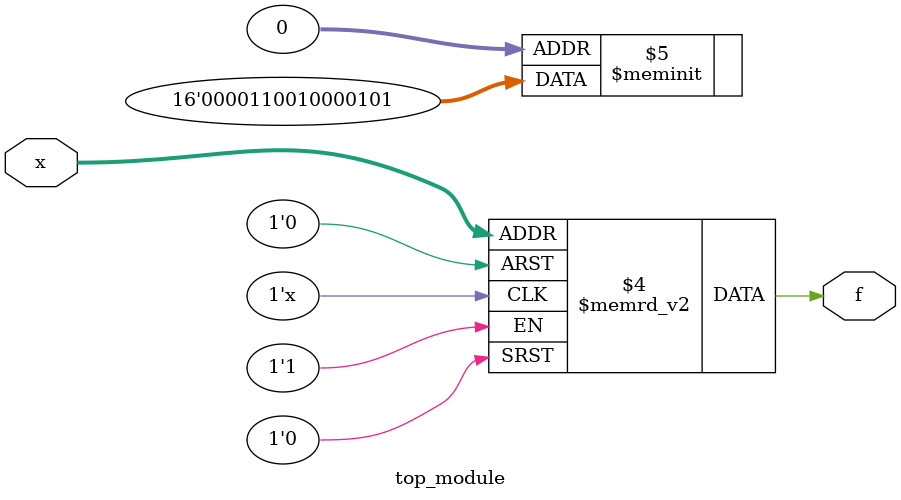
<source format=sv>
module top_module (
    input [4:1] x,
    output logic f
);

always_comb begin
    case (x)
        4'b0000: f = 1'b1;
        4'b0001: f = 1'b0;
        4'b0011: f = 1'b0;
        4'b0010: f = 1'b1;
        4'b0110: f = 1'b0;
        4'b0111: f = 1'b1;
        4'b1011: f = 1'b1;
        4'b1010: f = 1'b1;
        default: f = 1'b0;
    endcase
end

endmodule

</source>
